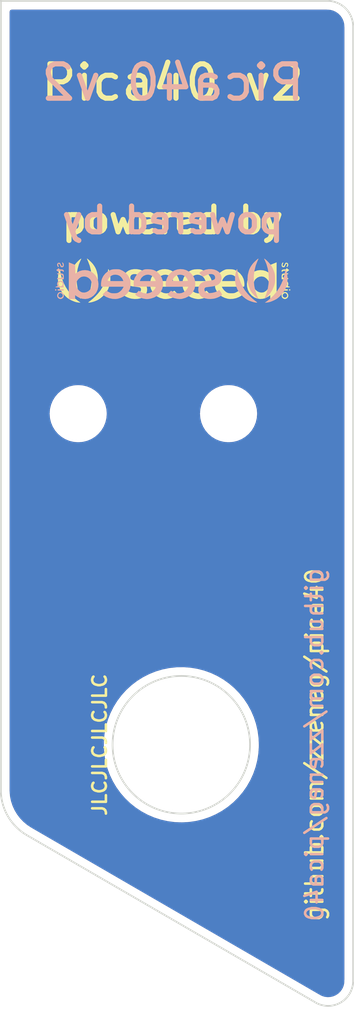
<source format=kicad_pcb>
(kicad_pcb (version 20211014) (generator pcbnew)
  (layers (0 "F.Cu" signal) (31 "B.Cu" signal) (34 "B.Paste" user) (35 "F.Paste" user) (36 "B.SilkS" user "B.Silkscreen") (37 "F.SilkS" user "F.Silkscreen") (38 "B.Mask" user) (39 "F.Mask" user) (44 "Edge.Cuts" user))
  (net 0 "")
  (footprint "pica:seeed-logo" (layer "F.Cu") (at 135.5 76.25)
    (fp_text reference "G***" hide)
    (fp_text value "LOGO" hide)
    (fp_poly (pts (xy -6.569122 -0.652739) (xy -6.561986 -0.62963) (xy -6.550538 -0.575285) (xy -6.536669 -0.499133) (xy -6.528601 -0.45079) (xy -6.462052 -0.161769) (xy -6.358534 0.121741) (xy -6.221583 0.394057) (xy -6.054737 0.649496) (xy -5.861534 0.882376) (xy -5.645511 1.087014) (xy -5.503535 1.195904) (xy -5.361484 1.295708) (xy -5.441835 1.294355) (xy -5.50928 1.288082) (xy -5.591761 1.273602) (xy -5.635303 1.263398) (xy -5.706806 1.240255) (xy -5.798367 1.204497) (xy -5.893636 1.162647) (xy -5.923239 1.148544) (xy -6.015134 1.100019) (xy -6.09421 1.04819) (xy -6.17287 0.983806) (xy -6.263519 0.897616) (xy -6.274738 0.886423) (xy -6.431237 0.70694) (xy -6.548445 0.519477) (xy -6.627941 0.319944) (xy -6.6713 0.10425) (xy -6.680102 -0.131697) (xy -6.678911 -0.161582) (xy -6.671617 -0.250372) (xy -6.65876 -0.345851) (xy -6.642061 -0.440323) (xy -6.623241 -0.526091) (xy -6.604019 -0.595457) (xy -6.586116 -0.640724) (xy -6.571253 -0.654195)) (layer "F.SilkS") (width 0) (fill solid))
    (fp_poly (pts (xy 1.52734 -0.646683) (xy 1.596867 -0.642313) (xy 1.652852 -0.631273) (xy 1.709084 -0.610666) (xy 1.779356 -0.577591) (xy 1.79226 -0.571226) (xy 1.954177 -0.470358) (xy 2.085739 -0.342099) (xy 2.189017 -0.184339) (xy 2.206696 -0.148561) (xy 2.239204 -0.074688) (xy 2.258773 -0.012684) (xy 2.268623 0.053346) (xy 2.271973 0.139299) (xy 2.272201 0.174818) (xy 2.272632 0.359919) (xy 1.629919 0.365354) (xy 1.444909 0.367217) (xy 1.2973 0.369469) (xy 1.183363 0.372299) (xy 1.099365 0.3759) (xy 1.041576 0.380462) (xy 1.006265 0.386176) (xy 0.9897 0.393234) (xy 0.987207 0.39826) (xy 1.001047 0.437517) (xy 1.037063 0.493808) (xy 1.086999 0.556494) (xy 1.142595 0.614935) (xy 1.181144 0.648144) (xy 1.305576 0.718219) (xy 1.445429 0.754399) (xy 1.592778 0.756655) (xy 1.739692 0.724955) (xy 1.878247 0.65927) (xy 1.891283 0.650866) (xy 1.968695 0.599637) (xy 2.190365 0.825465) (xy 2.130453 0.87379) (xy 2.01533 0.948194) (xy 1.873941 1.011384) (xy 1.720657 1.058532) (xy 1.569845 1.08481) (xy 1.491093 1.088604) (xy 1.417866 1.082652) (xy 1.32555 1.067868) (xy 1.236063 1.047919) (xy 1.072354 0.992331) (xy 0.934608 0.915496) (xy 0.810108 0.810163) (xy 0.79867 0.798578) (xy 0.688004 0.657223) (xy 0.611943 0.500049) (xy 0.57009 0.332845) (xy 0.562049 0.161398) (xy 0.58001 0.041133) (xy 0.988225 0.041133) (xy 1.911695 0.041133) (xy 1.890278 -0.015196) (xy 1.827892 -0.135509) (xy 1.740857 -0.22678) (xy 1.679141 -0.268013) (xy 1.553564 -0.318565) (xy 1.42625 -0.33108) (xy 1.303371 -0.30789) (xy 1.191097 -0.251325) (xy 1.095601 -0.163716) (xy 1.023053 -0.047392) (xy 1.009641 -0.015196) (xy 0.988225 0.041133) (xy 0.58001 0.041133) (xy 0.587423 -0.008504) (xy 0.645815 -0.171073) (xy 0.736829 -0.320521) (xy 0.860068 -0.45106) (xy 0.885775 -0.472207) (xy 1.004347 -0.553285) (xy 1.124904 -0.606964) (xy 1.259183 -0.637017) (xy 1.418923 -0.647218) (xy 1.430479 -0.647284)) (layer "F.SilkS") (width 0) (fill solid))
    (fp_poly (pts (xy 6.04664 1.09004) (xy 5.676438 1.09004) (xy 5.676438 0.863874) (xy 5.578745 0.932628) (xy 5.423357 1.019314) (xy 5.25757 1.070367) (xy 5.088382 1.084452) (xy 4.922789 1.060237) (xy 4.917139 1.058678) (xy 4.750687 0.991053) (xy 4.603672 0.888081) (xy 4.479353 0.752228) (xy 4.443013 0.699271) (xy 4.37033 0.548865) (xy 4.328809 0.380825) (xy 4.319012 0.205004) (xy 4.320203 0.195801) (xy 4.711065 0.195801) (xy 4.711919 0.314763) (xy 4.736637 0.421219) (xy 4.748139 0.446996) (xy 4.820721 0.550761) (xy 4.916338 0.631234) (xy 5.026822 0.685272) (xy 5.14401 0.70973) (xy 5.259737 0.701466) (xy 5.337085 0.673735) (xy 5.449299 0.596708) (xy 5.534799 0.496311) (xy 5.590766 0.379876) (xy 5.614381 0.254732) (xy 5.602826 0.128211) (xy 5.576366 0.051417) (xy 5.521649 -0.034253) (xy 5.443051 -0.11531) (xy 5.354536 -0.17894) (xy 5.296335 -0.205542) (xy 5.170193 -0.226617) (xy 5.044101 -0.210374) (xy 4.926299 -0.159801) (xy 4.825028 -0.07789) (xy 4.777049 -0.017105) (xy 4.733099 0.079967) (xy 4.711065 0.195801) (xy 4.320203 0.195801) (xy 4.341498 0.031252) (xy 4.395948 -0.128708) (xy 4.487678 -0.279985) (xy 4.608405 -0.40946) (xy 4.750371 -0.509135) (xy 4.779818 -0.524394) (xy 4.934172 -0.578039) (xy 5.100272 -0.597379) (xy 5.268417 -0.583211) (xy 5.428908 -0.536328) (xy 5.569071 -0.459656) (xy 5.666154 -0.39059) (xy 5.671889 -0.644878) (xy 5.677623 -0.899166) (xy 5.754156 -0.930202) (xy 5.819051 -0.956471) (xy 5.898378 -0.988519) (xy 5.938664 -1.004772) (xy 6.04664 -1.048307)) (layer "F.SilkS") (width 0) (fill solid))
    (fp_poly (pts (xy 6.60762 0.514857) (xy 6.662267 0.518079) (xy 6.691446 0.525575) (xy 6.702985 0.539085) (xy 6.704778 0.555303) (xy 6.701685 0.574847) (xy 6.687187 0.58699) (xy 6.653455 0.593474) (xy 6.59266 0.596039) (xy 6.519676 0.596437) (xy 6.431733 0.59575) (xy 6.377086 0.592528) (xy 6.347907 0.585032) (xy 6.336368 0.571522) (xy 6.334575 0.555303) (xy 6.337668 0.53576) (xy 6.352166 0.523617) (xy 6.385898 0.517133) (xy 6.446693 0.514568) (xy 6.519676 0.51417)) (layer "F.SilkS") (width 0) (fill solid))
    (fp_poly (pts (xy -5.319214 -1.256532) (xy -5.331956 -1.224231) (xy -5.35775 -1.172113) (xy -5.46014 -0.927934) (xy -5.533314 -0.661601) (xy -5.577125 -0.380065) (xy -5.591423 -0.090276) (xy -5.576059 0.200813) (xy -5.530883 0.486252) (xy -5.455747 0.759088) (xy -5.402214 0.899797) (xy -5.372324 0.974443) (xy -5.352201 1.032346) (xy -5.344609 1.065124) (xy -5.346299 1.069474) (xy -5.367402 1.056434) (xy -5.410917 1.021475) (xy -5.46927 0.970835) (xy -5.502358 0.940931) (xy -5.665697 0.764257) (xy -5.796212 0.564654) (xy -5.891003 0.346595) (xy -5.8944 0.336367) (xy -5.921162 0.249645) (xy -5.938582 0.175973) (xy -5.948588 0.101485) (xy -5.953111 0.012314) (xy -5.954089 -0.092551) (xy -5.952863 -0.206947) (xy -5.9479 -0.294118) (xy -5.937268 -0.367928) (xy -5.91904 -0.442247) (xy -5.8944 -0.521468) (xy -5.849214 -0.638659) (xy -5.791702 -0.758896) (xy -5.738536 -0.850537) (xy -5.678614 -0.932399) (xy -5.603443 -1.021041) (xy -5.521706 -1.107517) (xy -5.442086 -1.182879) (xy -5.373267 -1.238179) (xy -5.345464 -1.255594) (xy -5.32404 -1.264793)) (layer "F.SilkS") (width 0) (fill solid))
    (fp_poly (pts (xy 6.692716 -0.4088) (xy 6.717708 -0.400837) (xy 6.725237 -0.385746) (xy 6.725344 -0.382664) (xy 6.716509 -0.362632) (xy 6.684263 -0.35241) (xy 6.62 -0.349342) (xy 6.617369 -0.349333) (xy 6.513453 -0.339478) (xy 6.441359 -0.311426) (xy 6.403861 -0.266439) (xy 6.399839 -0.250297) (xy 6.401645 -0.199956) (xy 6.427762 -0.16744) (xy 6.48333 -0.149781) (xy 6.573491 -0.144006) (xy 6.583895 -0.143968) (xy 6.658754 -0.142819) (xy 6.701369 -0.137656) (xy 6.720605 -0.125898) (xy 6.725328 -0.10497) (xy 6.725344 -0.102834) (xy 6.722364 -0.083626) (xy 6.708309 -0.071542) (xy 6.675505 -0.06495) (xy 6.616282 -0.062215) (xy 6.532209 -0.061701) (xy 6.339074 -0.061701) (xy 6.337122 -0.19186) (xy 6.339197 -0.282597) (xy 6.353292 -0.342729) (xy 6.386335 -0.379013) (xy 6.445256 -0.398203) (xy 6.536985 -0.407053) (xy 6.55898 -0.408137) (xy 6.642419 -0.410833)) (layer "F.SilkS") (width 0) (fill solid))
    (fp_poly (pts (xy 3.299886 -0.647284) (xy 3.410103 -0.644846) (xy 3.493142 -0.636889) (xy 3.56281 -0.621382) (xy 3.624942 -0.599515) (xy 3.7877 -0.512997) (xy 3.928493 -0.394252) (xy 4.042073 -0.248635) (xy 4.117608 -0.096635) (xy 4.143516 -0.008882) (xy 4.162519 0.09306) (xy 4.172835 0.194334) (xy 4.172685 0.280085) (xy 4.167158 0.316623) (xy 4.153711 0.370202) (xy 2.85795 0.370202) (xy 2.898707 0.450093) (xy 2.978876 0.566042) (xy 3.088249 0.664174) (xy 3.154239 0.705108) (xy 3.208777 0.72933) (xy 3.268543 0.743341) (xy 3.347029 0.749491) (xy 3.414089 0.750387) (xy 3.503794 0.748925) (xy 3.568224 0.742114) (xy 3.623212 0.726125) (xy 3.68459 0.697132) (xy 3.725105 0.675195) (xy 3.861303 0.600105) (xy 3.971907 0.712361) (xy 4.08251 0.824617) (xy 4.031093 0.864181) (xy 3.873012 0.962984) (xy 3.695934 1.034249) (xy 3.509929 1.0755) (xy 3.325066 1.08426) (xy 3.198138 1.069021) (xy 3.028239 1.019289) (xy 2.869308 0.942972) (xy 2.73107 0.845731) (xy 2.624804 0.735274) (xy 2.587368 0.678591) (xy 2.544718 0.603012) (xy 2.515292 0.544152) (xy 2.488788 0.48301) (xy 2.471937 0.428472) (xy 2.462602 0.367924) (xy 2.458644 0.288755) (xy 2.457915 0.205668) (xy 2.45879 0.105025) (xy 2.462686 0.041133) (xy 2.876581 0.041133) (xy 3.330436 0.041133) (xy 3.474861 0.040294) (xy 3.596795 0.037899) (xy 3.691813 0.034137) (xy 3.755487 0.029195) (xy 3.783391 0.023261) (xy 3.784292 0.021906) (xy 3.767107 -0.047375) (xy 3.720807 -0.124955) (xy 3.653268 -0.201152) (xy 3.572369 -0.266283) (xy 3.52899 -0.291869) (xy 3.429901 -0.323053) (xy 3.314802 -0.32876) (xy 3.199113 -0.310051) (xy 3.098254 -0.267985) (xy 3.088065 -0.261541) (xy 3.007692 -0.192592) (xy 2.938573 -0.104907) (xy 2.893333 -0.014853) (xy 2.89025 -0.005142) (xy 2.876581 0.041133) (xy 2.462686 0.041133) (xy 2.463208 0.032568) (xy 2.473552 -0.024636) (xy 2.492207 -0.079519) (xy 2.521558 -0.145011) (xy 2.523238 -0.148561) (xy 2.621588 -0.312826) (xy 2.747469 -0.44692) (xy 2.903069 -0.553075) (xy 2.938105 -0.571226) (xy 3.011751 -0.606472) (xy 3.069243 -0.628804) (xy 3.124369 -0.641124) (xy 3.190922 -0.64633) (xy 3.282691 -0.647321)) (layer "F.SilkS") (width 0) (fill solid))
    (fp_poly (pts (xy -4.971078 -1.261203) (xy -4.929213 -1.231174) (xy -4.872921 -1.183685) (xy -4.809039 -1.125027) (xy -4.744406 -1.061488) (xy -4.685858 -0.999357) (xy -4.640235 -0.944924) (xy -4.638537 -0.942679) (xy -4.562383 -0.835886) (xy -4.506141 -0.741303) (xy -4.460762 -0.64193) (xy -4.42264 -0.537048) (xy -4.368525 -0.313534) (xy -4.352217 -0.082572) (xy -4.372973 0.148947) (xy -4.430047 0.374127) (xy -4.522696 0.586078) (xy -4.548949 0.632214) (xy -4.594719 0.698901) (xy -4.657915 0.777838) (xy -4.730494 0.860326) (xy -4.804412 0.937664) (xy -4.871625 1.001151) (xy -4.924089 1.042088) (xy -4.932418 1.046973) (xy -4.966097 1.062769) (xy -4.977166 1.064431) (xy -4.969726 1.043875) (xy -4.949855 0.994522) (xy -4.921226 0.925425) (xy -4.907809 0.893491) (xy -4.811477 0.616188) (xy -4.748512 0.32466) (xy -4.718855 0.025423) (xy -4.722448 -0.275004) (xy -4.759231 -0.570105) (xy -4.829147 -0.853362) (xy -4.92583 -1.104744) (xy -4.958049 -1.176716) (xy -4.981228 -1.232845) (xy -4.991706 -1.264086) (xy -4.991678 -1.267485)) (layer "F.SilkS") (width 0) (fill solid))
    (fp_poly (pts (xy 6.617705 0.036173) (xy 6.683543 0.08056) (xy 6.719479 0.150082) (xy 6.72503 0.199544) (xy 6.719824 0.259216) (xy 6.70745 0.304098) (xy 6.705016 0.308502) (xy 6.699296 0.331341) (xy 6.724568 0.344708) (xy 6.749971 0.349635) (xy 6.797489 0.364138) (xy 6.82287 0.384948) (xy 6.823116 0.385627) (xy 6.816913 0.396988) (xy 6.786221 0.404685) (xy 6.726163 0.40924) (xy 6.631859 0.411177) (xy 6.583091 0.411336) (xy 6.476265 0.41057) (xy 6.404278 0.407754) (xy 6.360856 0.402109) (xy 6.339724 0.392855) (xy 6.334575 0.380486) (xy 6.346064 0.353122) (xy 6.355866 0.349635) (xy 6.366651 0.337046) (xy 6.355866 0.309854) (xy 6.341254 0.262176) (xy 6.336381 0.216752) (xy 6.396276 0.216752) (xy 6.414582 0.277397) (xy 6.460508 0.32601) (xy 6.520562 0.349183) (xy 6.52996 0.349635) (xy 6.583159 0.335331) (xy 6.62251 0.308502) (xy 6.655473 0.25141) (xy 6.656822 0.188586) (xy 6.631167 0.131791) (xy 6.583118 0.092782) (xy 6.533838 0.082267) (xy 6.475272 0.099917) (xy 6.4253 0.143714) (xy 6.397964 0.199932) (xy 6.396276 0.216752) (xy 6.336381 0.216752) (xy 6.334613 0.200276) (xy 6.334575 0.195802) (xy 6.351891 0.113857) (xy 6.40113 0.055556) (xy 6.478233 0.024615) (xy 6.526022 0.020567)) (layer "F.SilkS") (width 0) (fill solid))
    (fp_poly (pts (xy 6.841985 0.528713) (xy 6.848745 0.555303) (xy 6.834202 0.589677) (xy 6.807612 0.596437) (xy 6.773238 0.581894) (xy 6.766478 0.555303) (xy 6.781021 0.52093) (xy 6.807612 0.51417)) (layer "F.SilkS") (width 0) (fill solid))
    (fp_poly (pts (xy -3.725555 -0.639097) (xy -3.704691 -0.587501) (xy -3.682852 -0.511641) (xy -3.661977 -0.41981) (xy -3.644005 -0.320298) (xy -3.630876 -0.221398) (xy -3.625407 -0.153253) (xy -3.630879 0.070274) (xy -3.672312 0.28489) (xy -3.751483 0.498823) (xy -3.778445 0.555303) (xy -3.857261 0.683965) (xy -3.964078 0.816784) (xy -4.088487 0.9432) (xy -4.220081 1.05265) (xy -4.34845 1.134574) (xy -4.350214 1.135496) (xy -4.457644 1.185041) (xy -4.576691 1.229606) (xy -4.695024 1.265404) (xy -4.80031 1.288647) (xy -4.871882 1.295708) (xy -4.902616 1.294821) (xy -4.915468 1.289182) (xy -4.907003 1.274321) (xy -4.873787 1.245772) (xy -4.812382 1.199066) (xy -4.777699 1.173213) (xy -4.637954 1.058484) (xy -4.493719 0.92133) (xy -4.356567 0.773822) (xy -4.238071 0.628035) (xy -4.189326 0.559395) (xy -4.072854 0.365315) (xy -3.969229 0.153207) (xy -3.882586 -0.066158) (xy -3.817062 -0.282006) (xy -3.776792 -0.483565) (xy -3.771243 -0.529595) (xy -3.7623 -0.596119) (xy -3.752019 -0.642564) (xy -3.743503 -0.658138)) (layer "F.SilkS") (width 0) (fill solid))
    (fp_poly (pts (xy 6.432169 -1.039228) (xy 6.433343 -1.011444) (xy 6.421206 -0.98655) (xy 6.400016 -0.933519) (xy 6.39591 -0.879615) (xy 6.407897 -0.838221) (xy 6.433327 -0.822672) (xy 6.466975 -0.842118) (xy 6.502975 -0.901173) (xy 6.513825 -0.925506) (xy 6.541947 -0.985764) (xy 6.566823 -1.016555) (xy 6.598294 -1.02741) (xy 6.620017 -1.02834) (xy 6.680508 -1.011752) (xy 6.716001 -0.963262) (xy 6.725344 -0.900584) (xy 6.715926 -0.850061) (xy 6.692995 -0.805557) (xy 6.664535 -0.777935) (xy 6.638531 -0.778061) (xy 6.636584 -0.779805) (xy 6.626168 -0.808274) (xy 6.638964 -0.826786) (xy 6.657416 -0.864684) (xy 6.663644 -0.909053) (xy 6.653358 -0.955877) (xy 6.628177 -0.970479) (xy 6.596614 -0.954459) (xy 6.567181 -0.909418) (xy 6.559725 -0.889514) (xy 6.538506 -0.83284) (xy 6.517873 -0.791491) (xy 6.514478 -0.78668) (xy 6.473787 -0.763903) (xy 6.419588 -0.763115) (xy 6.371869 -0.782543) (xy 6.355866 -0.800753) (xy 6.33581 -0.876066) (xy 6.345491 -0.956077) (xy 6.373938 -1.010637) (xy 6.409204 -1.040571)) (layer "F.SilkS") (width 0) (fill solid))
    (fp_poly (pts (xy -2.08417 -0.652504) (xy -1.915669 -0.623207) (xy -1.754262 -0.566327) (xy -1.63084 -0.497986) (xy -1.544352 -0.44036) (xy -1.651406 -0.32273) (xy -1.758461 -0.2051) (xy -1.897248 -0.276102) (xy -2.037884 -0.335292) (xy -2.167096 -0.364509) (xy -2.280456 -0.36357) (xy -2.373531 -0.332289) (xy -2.418897 -0.297791) (xy -2.458568 -0.231246) (xy -2.467936 -0.149941) (xy -2.45524 -0.093472) (xy -2.421251 -0.05266) (xy -2.352528 -0.020046) (xy -2.246946 0.005124) (xy -2.134712 0.020387) (xy -1.996842 0.037563) (xy -1.889669 0.057676) (xy -1.802757 0.083455) (xy -1.72567 0.117625) (xy -1.692166 0.136027) (xy -1.598979 0.211675) (xy -1.533811 0.309857) (xy -1.496197 0.423428) (xy -1.485673 0.545245) (xy -1.501774 0.668163) (xy -1.544038 0.785039) (xy -1.612 0.888728) (xy -1.705195 0.972086) (xy -1.748117 0.997458) (xy -1.882496 1.048224) (xy -2.040992 1.077274) (xy -2.212174 1.08359) (xy -2.38461 1.066155) (xy -2.426882 1.0579) (xy -2.520338 1.031633) (xy -2.621008 0.99357) (xy -2.717207 0.949124) (xy -2.797248 0.903711) (xy -2.849446 0.862746) (xy -2.850495 0.861603) (xy -2.866289 0.840209) (xy -2.868947 0.81725) (xy -2.855642 0.783555) (xy -2.82355 0.729949) (xy -2.79755 0.689702) (xy -2.710271 0.55574) (xy -2.654305 0.595591) (xy -2.553301 0.651818) (xy -2.431272 0.695741) (xy -2.299617 0.725411) (xy -2.169734 0.738879) (xy -2.053022 0.734198) (xy -1.968531 0.712802) (xy -1.903287 0.669173) (xy -1.860718 0.608581) (xy -1.842883 0.54109) (xy -1.851842 0.476766) (xy -1.889653 0.425674) (xy -1.907424 0.414166) (xy -1.942646 0.404081) (xy -2.008729 0.392446) (xy -2.095519 0.380847) (xy -2.173317 0.372633) (xy -2.360663 0.347001) (xy -2.51229 0.307491) (xy -2.631781 0.252369) (xy -2.722719 0.179901) (xy -2.788685 0.088353) (xy -2.797917 0.070263) (xy -2.838722 -0.058522) (xy -2.841205 -0.190143) (xy -2.806913 -0.317311) (xy -2.737392 -0.432732) (xy -2.678205 -0.494379) (xy -2.556781 -0.575155) (xy -2.412271 -0.628452) (xy -2.252218 -0.654243)) (layer "F.SilkS") (width 0) (fill solid))
    (fp_poly (pts (xy 6.609959 0.694001) (xy 6.672099 0.741983) (xy 6.716928 0.821518) (xy 6.726921 0.904635) (xy 6.703559 0.98179) (xy 6.648323 1.043439) (xy 6.622922 1.058977) (xy 6.54945 1.085806) (xy 6.483076 1.080236) (xy 6.432785 1.057981) (xy 6.373521 1.011565) (xy 6.342524 0.947212) (xy 6.336261 0.884007) (xy 6.396276 0.884007) (xy 6.414744 0.944684) (xy 6.462378 0.989529) (xy 6.527517 1.00775) (xy 6.52996 1.007773) (xy 6.579071 0.99615) (xy 6.617934 0.975757) (xy 6.654004 0.929388) (xy 6.660528 0.871227) (xy 6.641826 0.812826) (xy 6.602217 0.765742) (xy 6.54602 0.74153) (xy 6.52996 0.740405) (xy 6.471964 0.758718) (xy 6.423814 0.804802) (xy 6.397877 0.865369) (xy 6.396276 0.884007) (xy 6.336261 0.884007) (xy 6.334575 0.866986) (xy 6.351994 0.78808) (xy 6.397848 0.72777) (xy 6.462531 0.689616) (xy 6.536436 0.677174)) (layer "F.SilkS") (width 0) (fill solid))
    (fp_poly (pts (xy -0.270639 -0.634156) (xy -0.105729 -0.580386) (xy 0.045792 -0.495172) (xy 0.177544 -0.379571) (xy 0.226479 -0.320853) (xy 0.302523 -0.197982) (xy 0.360691 -0.059409) (xy 0.397602 0.083005) (xy 0.409874 0.217398) (xy 0.402621 0.297092) (xy 0.388906 0.370202) (xy -0.908909 0.370202) (xy -0.848635 0.478178) (xy -0.761361 0.595583) (xy -0.650892 0.681845) (xy -0.522239 0.735759) (xy -0.380414 0.756122) (xy -0.230427 0.741731) (xy -0.07729 0.691382) (xy -0.038535 0.672746) (xy 0.099417 0.601967) (xy 0.208186 0.712104) (xy 0.261652 0.766856) (xy 0.290405 0.804855) (xy 0.292347 0.834546) (xy 0.265382 0.864375) (xy 0.207416 0.902788) (xy 0.152608 0.936064) (xy 0.032903 0.994538) (xy -0.107698 1.040836) (xy -0.255908 1.072233) (xy -0.398439 1.085999) (xy -0.522004 1.079408) (xy -0.534737 1.077157) (xy -0.738464 1.020419) (xy -0.913805 0.934709) (xy -1.060004 0.820645) (xy -1.176306 0.678845) (xy -1.261953 0.509927) (xy -1.275884 0.471331) (xy -1.306779 0.329357) (xy -1.313022 0.170536) (xy -1.296149 0.019747) (xy -0.884372 0.019747) (xy -0.863888 0.0278) (xy -0.802679 0.033975) (xy -0.701113 0.038255) (xy -0.559558 0.040622) (xy -0.431903 0.041133) (xy -0.261537 0.040165) (xy -0.130894 0.037272) (xy -0.040341 0.032472) (xy 0.009755 0.025781) (xy 0.020567 0.019747) (xy 0.008432 -0.02334) (xy -0.022509 -0.083718) (xy -0.064055 -0.147649) (xy -0.10801 -0.201395) (xy -0.116375 -0.209719) (xy -0.222599 -0.28284) (xy -0.3492 -0.322443) (xy -0.431903 -0.329069) (xy -0.557744 -0.314171) (xy -0.668095 -0.266306) (xy -0.736165 -0.216481) (xy -0.783604 -0.166791) (xy -0.829681 -0.103122) (xy -0.865897 -0.039022) (xy -0.883751 0.011961) (xy -0.884372 0.019747) (xy -1.296149 0.019747) (xy -1.295121 0.010558) (xy -1.256466 -0.127548) (xy -1.198714 -0.238187) (xy -1.113591 -0.351511) (xy -1.011792 -0.454614) (xy -0.936557 -0.513642) (xy -0.781896 -0.596225) (xy -0.615103 -0.643133) (xy -0.442557 -0.655424)) (layer "F.SilkS") (width 0) (fill solid))
    (fp_poly (pts (xy 6.676576 -0.686412) (xy 6.684211 -0.668421) (xy 6.701357 -0.643297) (xy 6.725344 -0.637571) (xy 6.759718 -0.623028) (xy 6.766478 -0.596437) (xy 6.751935 -0.562064) (xy 6.725344 -0.555304) (xy 6.691845 -0.542444) (xy 6.684211 -0.524454) (xy 6.667064 -0.499329) (xy 6.643077 -0.493603) (xy 6.609578 -0.506463) (xy 6.601944 -0.524454) (xy 6.590935 -0.543854) (xy 6.55282 -0.55333) (xy 6.49911 -0.555304) (xy 6.434441 -0.552001) (xy 6.402856 -0.540567) (xy 6.396276 -0.524454) (xy 6.379813 -0.497187) (xy 6.365425 -0.493603) (xy 6.340589 -0.511443) (xy 6.334575 -0.544297) (xy 6.350169 -0.593899) (xy 6.398447 -0.624418) (xy 6.481658 -0.637062) (xy 6.508041 -0.637571) (xy 6.569532 -0.641497) (xy 6.597836 -0.654881) (xy 6.601944 -0.668421) (xy 6.61909 -0.693545) (xy 6.643077 -0.699271)) (layer "F.SilkS") (width 0) (fill solid))
  )
  (footprint "kbd:thread_m2" (layer "F.Cu") (at 138.75 84)
    (fp_text reference "H7" hide)
    (fp_text value "MountingHole" hide)
    (pad "" np_thru_hole circle locked (at 0 0) (size 2.3 2.3) (drill 2.3) (layers *.Cu *.Mask))
  )
  (footprint "kbd:thread_m2" (layer "F.Cu") (at 130 84)
    (fp_text reference "H6" hide)
    (fp_text value "MountingHole" hide)
    (pad "" np_thru_hole circle locked (at 0 0) (size 2.3 2.3) (drill 2.3) (layers *.Cu *.Mask))
  )
  (footprint "kbd:thread_m2" (layer "F.Cu") (at 138.75 84)
    (fp_text reference "H7" hide)
    (fp_text value "MountingHole" hide)
    (pad "" np_thru_hole circle locked (at 0 0) (size 2.3 2.3) (drill 2.3) (layers *.Cu *.Mask))
  )
  (footprint "kbd:thread_m2" (layer "F.Cu") (at 130 84)
    (fp_text reference "H6" hide)
    (fp_text value "MountingHole" hide)
    (pad "" np_thru_hole circle locked (at 0 0) (size 2.3 2.3) (drill 2.3) (layers *.Cu *.Mask))
  )
  (footprint "pica:seeed-logo" (layer "B.Cu") (at 135.5 76.25 180)
    (fp_text reference "G***" hide)
    (fp_text value "LOGO" hide)
    (fp_poly (pts (xy -6.569122 0.652739) (xy -6.561986 0.62963) (xy -6.550538 0.575285) (xy -6.536669 0.499133) (xy -6.528601 0.45079) (xy -6.462052 0.161769) (xy -6.358534 -0.121741) (xy -6.221583 -0.394057) (xy -6.054737 -0.649496) (xy -5.861534 -0.882376) (xy -5.645511 -1.087014) (xy -5.503535 -1.195904) (xy -5.361484 -1.295708) (xy -5.441835 -1.294355) (xy -5.50928 -1.288082) (xy -5.591761 -1.273602) (xy -5.635303 -1.263398) (xy -5.706806 -1.240255) (xy -5.798367 -1.204497) (xy -5.893636 -1.162647) (xy -5.923239 -1.148544) (xy -6.015134 -1.100019) (xy -6.09421 -1.04819) (xy -6.17287 -0.983806) (xy -6.263519 -0.897616) (xy -6.274738 -0.886423) (xy -6.431237 -0.70694) (xy -6.548445 -0.519477) (xy -6.627941 -0.319944) (xy -6.6713 -0.10425) (xy -6.680102 0.131697) (xy -6.678911 0.161582) (xy -6.671617 0.250372) (xy -6.65876 0.345851) (xy -6.642061 0.440323) (xy -6.623241 0.526091) (xy -6.604019 0.595457) (xy -6.586116 0.640724) (xy -6.571253 0.654195)) (layer "B.SilkS") (width 0) (fill solid))
    (fp_poly (pts (xy 1.52734 0.646683) (xy 1.596867 0.642313) (xy 1.652852 0.631273) (xy 1.709084 0.610666) (xy 1.779356 0.577591) (xy 1.79226 0.571226) (xy 1.954177 0.470358) (xy 2.085739 0.342099) (xy 2.189017 0.184339) (xy 2.206696 0.148561) (xy 2.239204 0.074688) (xy 2.258773 0.012684) (xy 2.268623 -0.053346) (xy 2.271973 -0.139299) (xy 2.272201 -0.174818) (xy 2.272632 -0.359919) (xy 1.629919 -0.365354) (xy 1.444909 -0.367217) (xy 1.2973 -0.369469) (xy 1.183363 -0.372299) (xy 1.099365 -0.3759) (xy 1.041576 -0.380462) (xy 1.006265 -0.386176) (xy 0.9897 -0.393234) (xy 0.987207 -0.39826) (xy 1.001047 -0.437517) (xy 1.037063 -0.493808) (xy 1.086999 -0.556494) (xy 1.142595 -0.614935) (xy 1.181144 -0.648144) (xy 1.305576 -0.718219) (xy 1.445429 -0.754399) (xy 1.592778 -0.756655) (xy 1.739692 -0.724955) (xy 1.878247 -0.65927) (xy 1.891283 -0.650866) (xy 1.968695 -0.599637) (xy 2.190365 -0.825465) (xy 2.130453 -0.87379) (xy 2.01533 -0.948194) (xy 1.873941 -1.011384) (xy 1.720657 -1.058532) (xy 1.569845 -1.08481) (xy 1.491093 -1.088604) (xy 1.417866 -1.082652) (xy 1.32555 -1.067868) (xy 1.236063 -1.047919) (xy 1.072354 -0.992331) (xy 0.934608 -0.915496) (xy 0.810108 -0.810163) (xy 0.79867 -0.798578) (xy 0.688004 -0.657223) (xy 0.611943 -0.500049) (xy 0.57009 -0.332845) (xy 0.562049 -0.161398) (xy 0.58001 -0.041133) (xy 0.988225 -0.041133) (xy 1.911695 -0.041133) (xy 1.890278 0.015196) (xy 1.827892 0.135509) (xy 1.740857 0.22678) (xy 1.679141 0.268013) (xy 1.553564 0.318565) (xy 1.42625 0.33108) (xy 1.303371 0.30789) (xy 1.191097 0.251325) (xy 1.095601 0.163716) (xy 1.023053 0.047392) (xy 1.009641 0.015196) (xy 0.988225 -0.041133) (xy 0.58001 -0.041133) (xy 0.587423 0.008504) (xy 0.645815 0.171073) (xy 0.736829 0.320521) (xy 0.860068 0.45106) (xy 0.885775 0.472207) (xy 1.004347 0.553285) (xy 1.124904 0.606964) (xy 1.259183 0.637017) (xy 1.418923 0.647218) (xy 1.430479 0.647284)) (layer "B.SilkS") (width 0) (fill solid))
    (fp_poly (pts (xy 6.04664 -1.09004) (xy 5.676438 -1.09004) (xy 5.676438 -0.863874) (xy 5.578745 -0.932628) (xy 5.423357 -1.019314) (xy 5.25757 -1.070367) (xy 5.088382 -1.084452) (xy 4.922789 -1.060237) (xy 4.917139 -1.058678) (xy 4.750687 -0.991053) (xy 4.603672 -0.888081) (xy 4.479353 -0.752228) (xy 4.443013 -0.699271) (xy 4.37033 -0.548865) (xy 4.328809 -0.380825) (xy 4.319012 -0.205004) (xy 4.320203 -0.195801) (xy 4.711065 -0.195801) (xy 4.711919 -0.314763) (xy 4.736637 -0.421219) (xy 4.748139 -0.446996) (xy 4.820721 -0.550761) (xy 4.916338 -0.631234) (xy 5.026822 -0.685272) (xy 5.14401 -0.70973) (xy 5.259737 -0.701466) (xy 5.337085 -0.673735) (xy 5.449299 -0.596708) (xy 5.534799 -0.496311) (xy 5.590766 -0.379876) (xy 5.614381 -0.254732) (xy 5.602826 -0.128211) (xy 5.576366 -0.051417) (xy 5.521649 0.034253) (xy 5.443051 0.11531) (xy 5.354536 0.17894) (xy 5.296335 0.205542) (xy 5.170193 0.226617) (xy 5.044101 0.210374) (xy 4.926299 0.159801) (xy 4.825028 0.07789) (xy 4.777049 0.017105) (xy 4.733099 -0.079967) (xy 4.711065 -0.195801) (xy 4.320203 -0.195801) (xy 4.341498 -0.031252) (xy 4.395948 0.128708) (xy 4.487678 0.279985) (xy 4.608405 0.40946) (xy 4.750371 0.509135) (xy 4.779818 0.524394) (xy 4.934172 0.578039) (xy 5.100272 0.597379) (xy 5.268417 0.583211) (xy 5.428908 0.536328) (xy 5.569071 0.459656) (xy 5.666154 0.39059) (xy 5.671889 0.644878) (xy 5.677623 0.899166) (xy 5.754156 0.930202) (xy 5.819051 0.956471) (xy 5.898378 0.988519) (xy 5.938664 1.004772) (xy 6.04664 1.048307)) (layer "B.SilkS") (width 0) (fill solid))
    (fp_poly (pts (xy 6.60762 -0.514857) (xy 6.662267 -0.518079) (xy 6.691446 -0.525575) (xy 6.702985 -0.539085) (xy 6.704778 -0.555303) (xy 6.701685 -0.574847) (xy 6.687187 -0.58699) (xy 6.653455 -0.593474) (xy 6.59266 -0.596039) (xy 6.519676 -0.596437) (xy 6.431733 -0.59575) (xy 6.377086 -0.592528) (xy 6.347907 -0.585032) (xy 6.336368 -0.571522) (xy 6.334575 -0.555303) (xy 6.337668 -0.53576) (xy 6.352166 -0.523617) (xy 6.385898 -0.517133) (xy 6.446693 -0.514568) (xy 6.519676 -0.51417)) (layer "B.SilkS") (width 0) (fill solid))
    (fp_poly (pts (xy -5.319214 1.256532) (xy -5.331956 1.224231) (xy -5.35775 1.172113) (xy -5.46014 0.927934) (xy -5.533314 0.661601) (xy -5.577125 0.380065) (xy -5.591423 0.090276) (xy -5.576059 -0.200813) (xy -5.530883 -0.486252) (xy -5.455747 -0.759088) (xy -5.402214 -0.899797) (xy -5.372324 -0.974443) (xy -5.352201 -1.032346) (xy -5.344609 -1.065124) (xy -5.346299 -1.069474) (xy -5.367402 -1.056434) (xy -5.410917 -1.021475) (xy -5.46927 -0.970835) (xy -5.502358 -0.940931) (xy -5.665697 -0.764257) (xy -5.796212 -0.564654) (xy -5.891003 -0.346595) (xy -5.8944 -0.336367) (xy -5.921162 -0.249645) (xy -5.938582 -0.175973) (xy -5.948588 -0.101485) (xy -5.953111 -0.012314) (xy -5.954089 0.092551) (xy -5.952863 0.206947) (xy -5.9479 0.294118) (xy -5.937268 0.367928) (xy -5.91904 0.442247) (xy -5.8944 0.521468) (xy -5.849214 0.638659) (xy -5.791702 0.758896) (xy -5.738536 0.850537) (xy -5.678614 0.932399) (xy -5.603443 1.021041) (xy -5.521706 1.107517) (xy -5.442086 1.182879) (xy -5.373267 1.238179) (xy -5.345464 1.255594) (xy -5.32404 1.264793)) (layer "B.SilkS") (width 0) (fill solid))
    (fp_poly (pts (xy 6.692716 0.4088) (xy 6.717708 0.400837) (xy 6.725237 0.385746) (xy 6.725344 0.382664) (xy 6.716509 0.362632) (xy 6.684263 0.35241) (xy 6.62 0.349342) (xy 6.617369 0.349333) (xy 6.513453 0.339478) (xy 6.441359 0.311426) (xy 6.403861 0.266439) (xy 6.399839 0.250297) (xy 6.401645 0.199956) (xy 6.427762 0.16744) (xy 6.48333 0.149781) (xy 6.573491 0.144006) (xy 6.583895 0.143968) (xy 6.658754 0.142819) (xy 6.701369 0.137656) (xy 6.720605 0.125898) (xy 6.725328 0.10497) (xy 6.725344 0.102834) (xy 6.722364 0.083626) (xy 6.708309 0.071542) (xy 6.675505 0.06495) (xy 6.616282 0.062215) (xy 6.532209 0.061701) (xy 6.339074 0.061701) (xy 6.337122 0.19186) (xy 6.339197 0.282597) (xy 6.353292 0.342729) (xy 6.386335 0.379013) (xy 6.445256 0.398203) (xy 6.536985 0.407053) (xy 6.55898 0.408137) (xy 6.642419 0.410833)) (layer "B.SilkS") (width 0) (fill solid))
    (fp_poly (pts (xy 3.299886 0.647284) (xy 3.410103 0.644846) (xy 3.493142 0.636889) (xy 3.56281 0.621382) (xy 3.624942 0.599515) (xy 3.7877 0.512997) (xy 3.928493 0.394252) (xy 4.042073 0.248635) (xy 4.117608 0.096635) (xy 4.143516 0.008882) (xy 4.162519 -0.09306) (xy 4.172835 -0.194334) (xy 4.172685 -0.280085) (xy 4.167158 -0.316623) (xy 4.153711 -0.370202) (xy 2.85795 -0.370202) (xy 2.898707 -0.450093) (xy 2.978876 -0.566042) (xy 3.088249 -0.664174) (xy 3.154239 -0.705108) (xy 3.208777 -0.72933) (xy 3.268543 -0.743341) (xy 3.347029 -0.749491) (xy 3.414089 -0.750387) (xy 3.503794 -0.748925) (xy 3.568224 -0.742114) (xy 3.623212 -0.726125) (xy 3.68459 -0.697132) (xy 3.725105 -0.675195) (xy 3.861303 -0.600105) (xy 3.971907 -0.712361) (xy 4.08251 -0.824617) (xy 4.031093 -0.864181) (xy 3.873012 -0.962984) (xy 3.695934 -1.034249) (xy 3.509929 -1.0755) (xy 3.325066 -1.08426) (xy 3.198138 -1.069021) (xy 3.028239 -1.019289) (xy 2.869308 -0.942972) (xy 2.73107 -0.845731) (xy 2.624804 -0.735274) (xy 2.587368 -0.678591) (xy 2.544718 -0.603012) (xy 2.515292 -0.544152) (xy 2.488788 -0.48301) (xy 2.471937 -0.428472) (xy 2.462602 -0.367924) (xy 2.458644 -0.288755) (xy 2.457915 -0.205668) (xy 2.45879 -0.105025) (xy 2.462686 -0.041133) (xy 2.876581 -0.041133) (xy 3.330436 -0.041133) (xy 3.474861 -0.040294) (xy 3.596795 -0.037899) (xy 3.691813 -0.034137) (xy 3.755487 -0.029195) (xy 3.783391 -0.023261) (xy 3.784292 -0.021906) (xy 3.767107 0.047375) (xy 3.720807 0.124955) (xy 3.653268 0.201152) (xy 3.572369 0.266283) (xy 3.52899 0.291869) (xy 3.429901 0.323053) (xy 3.314802 0.32876) (xy 3.199113 0.310051) (xy 3.098254 0.267985) (xy 3.088065 0.261541) (xy 3.007692 0.192592) (xy 2.938573 0.104907) (xy 2.893333 0.014853) (xy 2.89025 0.005142) (xy 2.876581 -0.041133) (xy 2.462686 -0.041133) (xy 2.463208 -0.032568) (xy 2.473552 0.024636) (xy 2.492207 0.079519) (xy 2.521558 0.145011) (xy 2.523238 0.148561) (xy 2.621588 0.312826) (xy 2.747469 0.44692) (xy 2.903069 0.553075) (xy 2.938105 0.571226) (xy 3.011751 0.606472) (xy 3.069243 0.628804) (xy 3.124369 0.641124) (xy 3.190922 0.64633) (xy 3.282691 0.647321)) (layer "B.SilkS") (width 0) (fill solid))
    (fp_poly (pts (xy -4.971078 1.261203) (xy -4.929213 1.231174) (xy -4.872921 1.183685) (xy -4.809039 1.125027) (xy -4.744406 1.061488) (xy -4.685858 0.999357) (xy -4.640235 0.944924) (xy -4.638537 0.942679) (xy -4.562383 0.835886) (xy -4.506141 0.741303) (xy -4.460762 0.64193) (xy -4.42264 0.537048) (xy -4.368525 0.313534) (xy -4.352217 0.082572) (xy -4.372973 -0.148947) (xy -4.430047 -0.374127) (xy -4.522696 -0.586078) (xy -4.548949 -0.632214) (xy -4.594719 -0.698901) (xy -4.657915 -0.777838) (xy -4.730494 -0.860326) (xy -4.804412 -0.937664) (xy -4.871625 -1.001151) (xy -4.924089 -1.042088) (xy -4.932418 -1.046973) (xy -4.966097 -1.062769) (xy -4.977166 -1.064431) (xy -4.969726 -1.043875) (xy -4.949855 -0.994522) (xy -4.921226 -0.925425) (xy -4.907809 -0.893491) (xy -4.811477 -0.616188) (xy -4.748512 -0.32466) (xy -4.718855 -0.025423) (xy -4.722448 0.275004) (xy -4.759231 0.570105) (xy -4.829147 0.853362) (xy -4.92583 1.104744) (xy -4.958049 1.176716) (xy -4.981228 1.232845) (xy -4.991706 1.264086) (xy -4.991678 1.267485)) (layer "B.SilkS") (width 0) (fill solid))
    (fp_poly (pts (xy 6.617705 -0.036173) (xy 6.683543 -0.08056) (xy 6.719479 -0.150082) (xy 6.72503 -0.199544) (xy 6.719824 -0.259216) (xy 6.70745 -0.304098) (xy 6.705016 -0.308502) (xy 6.699296 -0.331341) (xy 6.724568 -0.344708) (xy 6.749971 -0.349635) (xy 6.797489 -0.364138) (xy 6.82287 -0.384948) (xy 6.823116 -0.385627) (xy 6.816913 -0.396988) (xy 6.786221 -0.404685) (xy 6.726163 -0.40924) (xy 6.631859 -0.411177) (xy 6.583091 -0.411336) (xy 6.476265 -0.41057) (xy 6.404278 -0.407754) (xy 6.360856 -0.402109) (xy 6.339724 -0.392855) (xy 6.334575 -0.380486) (xy 6.346064 -0.353122) (xy 6.355866 -0.349635) (xy 6.366651 -0.337046) (xy 6.355866 -0.309854) (xy 6.341254 -0.262176) (xy 6.336381 -0.216752) (xy 6.396276 -0.216752) (xy 6.414582 -0.277397) (xy 6.460508 -0.32601) (xy 6.520562 -0.349183) (xy 6.52996 -0.349635) (xy 6.583159 -0.335331) (xy 6.62251 -0.308502) (xy 6.655473 -0.25141) (xy 6.656822 -0.188586) (xy 6.631167 -0.131791) (xy 6.583118 -0.092782) (xy 6.533838 -0.082267) (xy 6.475272 -0.099917) (xy 6.4253 -0.143714) (xy 6.397964 -0.199932) (xy 6.396276 -0.216752) (xy 6.336381 -0.216752) (xy 6.334613 -0.200276) (xy 6.334575 -0.195802) (xy 6.351891 -0.113857) (xy 6.40113 -0.055556) (xy 6.478233 -0.024615) (xy 6.526022 -0.020567)) (layer "B.SilkS") (width 0) (fill solid))
    (fp_poly (pts (xy 6.841985 -0.528713) (xy 6.848745 -0.555303) (xy 6.834202 -0.589677) (xy 6.807612 -0.596437) (xy 6.773238 -0.581894) (xy 6.766478 -0.555303) (xy 6.781021 -0.52093) (xy 6.807612 -0.51417)) (layer "B.SilkS") (width 0) (fill solid))
    (fp_poly (pts (xy -3.725555 0.639097) (xy -3.704691 0.587501) (xy -3.682852 0.511641) (xy -3.661977 0.41981) (xy -3.644005 0.320298) (xy -3.630876 0.221398) (xy -3.625407 0.153253) (xy -3.630879 -0.070274) (xy -3.672312 -0.28489) (xy -3.751483 -0.498823) (xy -3.778445 -0.555303) (xy -3.857261 -0.683965) (xy -3.964078 -0.816784) (xy -4.088487 -0.9432) (xy -4.220081 -1.05265) (xy -4.34845 -1.134574) (xy -4.350214 -1.135496) (xy -4.457644 -1.185041) (xy -4.576691 -1.229606) (xy -4.695024 -1.265404) (xy -4.80031 -1.288647) (xy -4.871882 -1.295708) (xy -4.902616 -1.294821) (xy -4.915468 -1.289182) (xy -4.907003 -1.274321) (xy -4.873787 -1.245772) (xy -4.812382 -1.199066) (xy -4.777699 -1.173213) (xy -4.637954 -1.058484) (xy -4.493719 -0.92133) (xy -4.356567 -0.773822) (xy -4.238071 -0.628035) (xy -4.189326 -0.559395) (xy -4.072854 -0.365315) (xy -3.969229 -0.153207) (xy -3.882586 0.066158) (xy -3.817062 0.282006) (xy -3.776792 0.483565) (xy -3.771243 0.529595) (xy -3.7623 0.596119) (xy -3.752019 0.642564) (xy -3.743503 0.658138)) (layer "B.SilkS") (width 0) (fill solid))
    (fp_poly (pts (xy 6.432169 1.039228) (xy 6.433343 1.011444) (xy 6.421206 0.98655) (xy 6.400016 0.933519) (xy 6.39591 0.879615) (xy 6.407897 0.838221) (xy 6.433327 0.822672) (xy 6.466975 0.842118) (xy 6.502975 0.901173) (xy 6.513825 0.925506) (xy 6.541947 0.985764) (xy 6.566823 1.016555) (xy 6.598294 1.02741) (xy 6.620017 1.02834) (xy 6.680508 1.011752) (xy 6.716001 0.963262) (xy 6.725344 0.900584) (xy 6.715926 0.850061) (xy 6.692995 0.805557) (xy 6.664535 0.777935) (xy 6.638531 0.778061) (xy 6.636584 0.779805) (xy 6.626168 0.808274) (xy 6.638964 0.826786) (xy 6.657416 0.864684) (xy 6.663644 0.909053) (xy 6.653358 0.955877) (xy 6.628177 0.970479) (xy 6.596614 0.954459) (xy 6.567181 0.909418) (xy 6.559725 0.889514) (xy 6.538506 0.83284) (xy 6.517873 0.791491) (xy 6.514478 0.78668) (xy 6.473787 0.763903) (xy 6.419588 0.763115) (xy 6.371869 0.782543) (xy 6.355866 0.800753) (xy 6.33581 0.876066) (xy 6.345491 0.956077) (xy 6.373938 1.010637) (xy 6.409204 1.040571)) (layer "B.SilkS") (width 0) (fill solid))
    (fp_poly (pts (xy -2.08417 0.652504) (xy -1.915669 0.623207) (xy -1.754262 0.566327) (xy -1.63084 0.497986) (xy -1.544352 0.44036) (xy -1.651406 0.32273) (xy -1.758461 0.2051) (xy -1.897248 0.276102) (xy -2.037884 0.335292) (xy -2.167096 0.364509) (xy -2.280456 0.36357) (xy -2.373531 0.332289) (xy -2.418897 0.297791) (xy -2.458568 0.231246) (xy -2.467936 0.149941) (xy -2.45524 0.093472) (xy -2.421251 0.05266) (xy -2.352528 0.020046) (xy -2.246946 -0.005124) (xy -2.134712 -0.020387) (xy -1.996842 -0.037563) (xy -1.889669 -0.057676) (xy -1.802757 -0.083455) (xy -1.72567 -0.117625) (xy -1.692166 -0.136027) (xy -1.598979 -0.211675) (xy -1.533811 -0.309857) (xy -1.496197 -0.423428) (xy -1.485673 -0.545245) (xy -1.501774 -0.668163) (xy -1.544038 -0.785039) (xy -1.612 -0.888728) (xy -1.705195 -0.972086) (xy -1.748117 -0.997458) (xy -1.882496 -1.048224) (xy -2.040992 -1.077274) (xy -2.212174 -1.08359) (xy -2.38461 -1.066155) (xy -2.426882 -1.0579) (xy -2.520338 -1.031633) (xy -2.621008 -0.99357) (xy -2.717207 -0.949124) (xy -2.797248 -0.903711) (xy -2.849446 -0.862746) (xy -2.850495 -0.861603) (xy -2.866289 -0.840209) (xy -2.868947 -0.81725) (xy -2.855642 -0.783555) (xy -2.82355 -0.729949) (xy -2.79755 -0.689702) (xy -2.710271 -0.55574) (xy -2.654305 -0.595591) (xy -2.553301 -0.651818) (xy -2.431272 -0.695741) (xy -2.299617 -0.725411) (xy -2.169734 -0.738879) (xy -2.053022 -0.734198) (xy -1.968531 -0.712802) (xy -1.903287 -0.669173) (xy -1.860718 -0.608581) (xy -1.842883 -0.54109) (xy -1.851842 -0.476766) (xy -1.889653 -0.425674) (xy -1.907424 -0.414166) (xy -1.942646 -0.404081) (xy -2.008729 -0.392446) (xy -2.095519 -0.380847) (xy -2.173317 -0.372633) (xy -2.360663 -0.347001) (xy -2.51229 -0.307491) (xy -2.631781 -0.252369) (xy -2.722719 -0.179901) (xy -2.788685 -0.088353) (xy -2.797917 -0.070263) (xy -2.838722 0.058522) (xy -2.841205 0.190143) (xy -2.806913 0.317311) (xy -2.737392 0.432732) (xy -2.678205 0.494379) (xy -2.556781 0.575155) (xy -2.412271 0.628452) (xy -2.252218 0.654243)) (layer "B.SilkS") (width 0) (fill solid))
    (fp_poly (pts (xy 6.609959 -0.694001) (xy 6.672099 -0.741983) (xy 6.716928 -0.821518) (xy 6.726921 -0.904635) (xy 6.703559 -0.98179) (xy 6.648323 -1.043439) (xy 6.622922 -1.058977) (xy 6.54945 -1.085806) (xy 6.483076 -1.080236) (xy 6.432785 -1.057981) (xy 6.373521 -1.011565) (xy 6.342524 -0.947212) (xy 6.336261 -0.884007) (xy 6.396276 -0.884007) (xy 6.414744 -0.944684) (xy 6.462378 -0.989529) (xy 6.527517 -1.00775) (xy 6.52996 -1.007773) (xy 6.579071 -0.99615) (xy 6.617934 -0.975757) (xy 6.654004 -0.929388) (xy 6.660528 -0.871227) (xy 6.641826 -0.812826) (xy 6.602217 -0.765742) (xy 6.54602 -0.74153) (xy 6.52996 -0.740405) (xy 6.471964 -0.758718) (xy 6.423814 -0.804802) (xy 6.397877 -0.865369) (xy 6.396276 -0.884007) (xy 6.336261 -0.884007) (xy 6.334575 -0.866986) (xy 6.351994 -0.78808) (xy 6.397848 -0.72777) (xy 6.462531 -0.689616) (xy 6.536436 -0.677174)) (layer "B.SilkS") (width 0) (fill solid))
    (fp_poly (pts (xy -0.270639 0.634156) (xy -0.105729 0.580386) (xy 0.045792 0.495172) (xy 0.177544 0.379571) (xy 0.226479 0.320853) (xy 0.302523 0.197982) (xy 0.360691 0.059409) (xy 0.397602 -0.083005) (xy 0.409874 -0.217398) (xy 0.402621 -0.297092) (xy 0.388906 -0.370202) (xy -0.908909 -0.370202) (xy -0.848635 -0.478178) (xy -0.761361 -0.595583) (xy -0.650892 -0.681845) (xy -0.522239 -0.735759) (xy -0.380414 -0.756122) (xy -0.230427 -0.741731) (xy -0.07729 -0.691382) (xy -0.038535 -0.672746) (xy 0.099417 -0.601967) (xy 0.208186 -0.712104) (xy 0.261652 -0.766856) (xy 0.290405 -0.804855) (xy 0.292347 -0.834546) (xy 0.265382 -0.864375) (xy 0.207416 -0.902788) (xy 0.152608 -0.936064) (xy 0.032903 -0.994538) (xy -0.107698 -1.040836) (xy -0.255908 -1.072233) (xy -0.398439 -1.085999) (xy -0.522004 -1.079408) (xy -0.534737 -1.077157) (xy -0.738464 -1.020419) (xy -0.913805 -0.934709) (xy -1.060004 -0.820645) (xy -1.176306 -0.678845) (xy -1.261953 -0.509927) (xy -1.275884 -0.471331) (xy -1.306779 -0.329357) (xy -1.313022 -0.170536) (xy -1.296149 -0.019747) (xy -0.884372 -0.019747) (xy -0.863888 -0.0278) (xy -0.802679 -0.033975) (xy -0.701113 -0.038255) (xy -0.559558 -0.040622) (xy -0.431903 -0.041133) (xy -0.261537 -0.040165) (xy -0.130894 -0.037272) (xy -0.040341 -0.032472) (xy 0.009755 -0.025781) (xy 0.020567 -0.019747) (xy 0.008432 0.02334) (xy -0.022509 0.083718) (xy -0.064055 0.147649) (xy -0.10801 0.201395) (xy -0.116375 0.209719) (xy -0.222599 0.28284) (xy -0.3492 0.322443) (xy -0.431903 0.329069) (xy -0.557744 0.314171) (xy -0.668095 0.266306) (xy -0.736165 0.216481) (xy -0.783604 0.166791) (xy -0.829681 0.103122) (xy -0.865897 0.039022) (xy -0.883751 -0.011961) (xy -0.884372 -0.019747) (xy -1.296149 -0.019747) (xy -1.295121 -0.010558) (xy -1.256466 0.127548) (xy -1.198714 0.238187) (xy -1.113591 0.351511) (xy -1.011792 0.454614) (xy -0.936557 0.513642) (xy -0.781896 0.596225) (xy -0.615103 0.643133) (xy -0.442557 0.655424)) (layer "B.SilkS") (width 0) (fill solid))
    (fp_poly (pts (xy 6.676576 0.686412) (xy 6.684211 0.668421) (xy 6.701357 0.643297) (xy 6.725344 0.637571) (xy 6.759718 0.623028) (xy 6.766478 0.596437) (xy 6.751935 0.562064) (xy 6.725344 0.555304) (xy 6.691845 0.542444) (xy 6.684211 0.524454) (xy 6.667064 0.499329) (xy 6.643077 0.493603) (xy 6.609578 0.506463) (xy 6.601944 0.524454) (xy 6.590935 0.543854) (xy 6.55282 0.55333) (xy 6.49911 0.555304) (xy 6.434441 0.552001) (xy 6.402856 0.540567) (xy 6.396276 0.524454) (xy 6.379813 0.497187) (xy 6.365425 0.493603) (xy 6.340589 0.511443) (xy 6.334575 0.544297) (xy 6.350169 0.593899) (xy 6.398447 0.624418) (xy 6.481658 0.637062) (xy 6.508041 0.637571) (xy 6.569532 0.641497) (xy 6.597836 0.654881) (xy 6.601944 0.668421) (xy 6.61909 0.693545) (xy 6.643077 0.699271)) (layer "B.SilkS") (width 0) (fill solid))
  )
  (gr_line (start 125.5 106) (end 125.5 60) (layer "Edge.Cuts") (width 0.1))
  (gr_arc (start 144.5 60) (mid 145.56066 60.43934) (end 146 61.5) (layer "Edge.Cuts") (width 0.1))
  (gr_arc (start 127 108.5) (mid 125.931823 107.440906) (end 125.5 106) (layer "Edge.Cuts") (width 0.1))
  (gr_line (start 145.998798 116.947837) (end 146 61.5) (layer "Edge.Cuts") (width 0.1))
  (gr_circle (center 136 103.25) (end 136 99.25) (layer "Edge.Cuts") (width 0.1) (fill none))
  (gr_line (start 127 108.5) (end 143.748798 118.197837) (layer "Edge.Cuts") (width 0.1))
  (gr_arc (start 145.998798 116.947837) (mid 145.25 118.25) (end 143.748798 118.197837) (layer "Edge.Cuts") (width 0.1))
  (gr_line (start 144.5 60) (end 125.5 60) (layer "Edge.Cuts") (width 0.1))
  (gr_text "Pica40 v2" (at 135.5 64.75) (layer "B.SilkS") (effects (font (size 2 2) (thickness 0.3)) (justify mirror)))
  (gr_text "github.com/zzeneg/pica40" (at 143.75 103.25 90) (layer "B.SilkS") (effects (font (size 1 1)) (justify mirror)))
  (gr_text "powered by" (at 135.5 72.75) (layer "B.SilkS") (effects (font (size 1.5 1.5) (thickness 0.3)) (justify mirror)))
  (gr_text "Pica40 v2" (at 135.5 64.75) (layer "F.SilkS") (effects (font (size 2 2) (thickness 0.3))))
  (gr_text "powered by" (at 135.5 72.75) (layer "F.SilkS") (effects (font (size 1.5 1.5) (thickness 0.3))))
  (gr_text "github.com/zzeneg/pica40" (at 143.75 103.25 90) (layer "F.SilkS") (effects (font (size 1 1))))
  (gr_text "JLCJLCJLCJLC" (at 131.25 103.25 90) (layer "F.SilkS") (effects (font (size 0.8 0.8))))
  (zone (net 0) (net_name "") (layers F&B.Cu) (connect_pads (clearance 0.508)) (min_thickness 0.254) (fill yes (thermal_gap 0.508) (thermal_bridge_width 0.508))
    (polygon (pts (xy 146 119.5) (xy 125.5 107.75) (xy 125.5 60) (xy 146 60)))
  )
)
</source>
